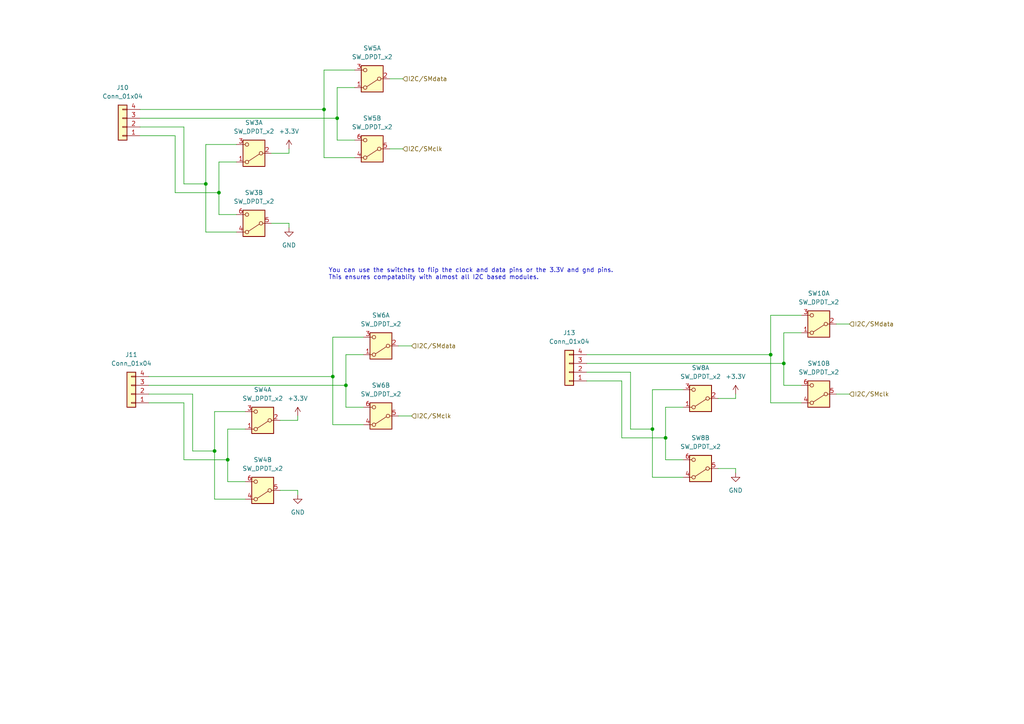
<source format=kicad_sch>
(kicad_sch (version 20230121) (generator eeschema)
  (paper "A4")
  (title_block (title "ESPHome All in One Dev kit"))
  (lib_symbols
    (symbol "Connector_Generic:Conn_01x04" (pin_names (offset 1.016) hide)
      (property "Reference" "J" (at 0 5.08 0))
      (property "Value" "Conn_01x04" (at 0 -7.62 0))
      (symbol "Conn_01x04_1_1"
        (rectangle (start -1.27 -4.953) (end 0 -5.207) (stroke (width 0.1524)))
        (rectangle (start -1.27 -2.413) (end 0 -2.667) (stroke (width 0.1524)))
        (rectangle (start -1.27 0.127) (end 0 -0.127) (stroke (width 0.1524)))
        (rectangle (start -1.27 2.667) (end 0 2.413) (stroke (width 0.1524)))
        (rectangle (start -1.27 3.81) (end 1.27 -6.35) (stroke (width 0.254)) (fill (type background)))
        (pin passive line (at -5.08 2.54 0) (length 3.81) (name "Pin_1") (number "1"))
        (pin passive line (at -5.08 0 0) (length 3.81) (name "Pin_2") (number "2"))
        (pin passive line (at -5.08 -2.54 0) (length 3.81) (name "Pin_3") (number "3"))
        (pin passive line (at -5.08 -5.08 0) (length 3.81) (name "Pin_4") (number "4"))
      )
    )
    (symbol "Switch:SW_DPDT_x2" (pin_names (offset 0) hide)
      (property "Reference" "SW" (at 0 5.08 0))
      (property "Value" "SW_DPDT_x2" (at 0 -5.08 0))
      (symbol "SW_DPDT_x2_0_0"
        (circle (center -2.032 0) (radius 0.508))
        (circle (center 2.032 -2.54) (radius 0.508))
      )
      (symbol "SW_DPDT_x2_0_1"
        (rectangle (start -3.175 3.81) (end 3.175 -3.81) (stroke (width 0.254)) (fill (type background)))
        (polyline (pts (xy -1.524 0.254) (xy 1.5748 2.286)))
        (circle (center 2.032 2.54) (radius 0.508))
      )
      (symbol "SW_DPDT_x2_1_1"
        (pin passive line (at 5.08 2.54 180) (length 2.54) (name "A") (number "1"))
        (pin passive line (at -5.08 0 0) (length 2.54) (name "B") (number "2"))
        (pin passive line (at 5.08 -2.54 180) (length 2.54) (name "C") (number "3"))
      )
      (symbol "SW_DPDT_x2_2_1"
        (pin passive line (at 5.08 2.54 180) (length 2.54) (name "A") (number "4"))
        (pin passive line (at -5.08 0 0) (length 2.54) (name "B") (number "5"))
        (pin passive line (at 5.08 -2.54 180) (length 2.54) (name "C") (number "6"))
      )
    )
    (symbol "power:+3.3V" (power) (pin_names (offset 0))
      (property "Value" "+3.3V" (at 0 3.556 0))
      (symbol "+3.3V_0_1"
        (polyline (pts (xy -0.762 1.27) (xy 0 2.54)))
        (polyline (pts (xy 0 0) (xy 0 2.54)))
        (polyline (pts (xy 0 2.54) (xy 0.762 1.27)))
      )
      (symbol "+3.3V_1_1"
        (pin power_in line (at 0 0 90) (length 0) hide (name "+3.3V") (number "1"))
      )
    )
    (symbol "power:GND" (power) (pin_names (offset 0))
      (property "Value" "GND" (at 0 -3.81 0))
      (symbol "GND_0_1"
        (polyline (pts (xy 0 0) (xy 0 -1.27) (xy 1.27 -1.27) (xy 0 -2.54) (xy -1.27 -1.27) (xy 0 -1.27)))
      )
      (symbol "GND_1_1"
        (pin power_in line (at 0 0 270) (length 0) hide (name "GND") (number "1"))
      )
    )
  )
  (junction (at 96.52 109.22))
  (junction (at 63.5 55.88))
  (junction (at 62.23 130.81))
  (junction (at 59.69 53.34))
  (junction (at 223.52 102.87))
  (junction (at 100.33 111.76))
  (junction (at 93.98 31.75))
  (junction (at 189.23 124.46))
  (junction (at 97.79 34.29))
  (junction (at 227.33 105.41))
  (junction (at 66.04 133.35))
  (junction (at 193.04 127))
  (wire (pts (xy 40.64 39.37) (xy 50.8 39.37)))
  (wire (pts (xy 170.18 105.41) (xy 227.33 105.41)))
  (wire (pts (xy 63.5 55.88) (xy 63.5 62.23)))
  (wire (pts (xy 193.04 118.11) (xy 193.04 127)))
  (wire (pts (xy 97.79 25.4) (xy 102.87 25.4)))
  (wire (pts (xy 105.41 123.19) (xy 96.52 123.19)))
  (wire (pts (xy 63.5 46.99) (xy 68.58 46.99)))
  (wire (pts (xy 242.57 93.98) (xy 246.38 93.98)))
  (wire (pts (xy 115.57 120.65) (xy 119.38 120.65)))
  (wire (pts (xy 193.04 118.11) (xy 198.12 118.11)))
  (wire (pts (xy 68.58 67.31) (xy 59.69 67.31)))
  (wire (pts (xy 115.57 100.33) (xy 119.38 100.33)))
  (wire (pts (xy 50.8 55.88) (xy 63.5 55.88)))
  (wire (pts (xy 189.23 113.03) (xy 198.12 113.03)))
  (wire (pts (xy 55.88 130.81) (xy 62.23 130.81)))
  (wire (pts (xy 96.52 97.79) (xy 96.52 109.22)))
  (wire (pts (xy 53.34 53.34) (xy 59.69 53.34)))
  (wire (pts (xy 102.87 40.64) (xy 97.79 40.64)))
  (wire (pts (xy 55.88 114.3) (xy 55.88 130.81)))
  (wire (pts (xy 71.12 144.78) (xy 62.23 144.78)))
  (wire (pts (xy 223.52 116.84) (xy 223.52 102.87)))
  (wire (pts (xy 71.12 139.7) (xy 66.04 139.7)))
  (wire (pts (xy 40.64 34.29) (xy 97.79 34.29)))
  (wire (pts (xy 81.28 142.24) (xy 86.36 142.24)))
  (wire (pts (xy 227.33 111.76) (xy 227.33 105.41)))
  (wire (pts (xy 208.28 135.89) (xy 213.36 135.89)))
  (wire (pts (xy 227.33 96.52) (xy 232.41 96.52)))
  (wire (pts (xy 43.18 109.22) (xy 96.52 109.22)))
  (wire (pts (xy 232.41 111.76) (xy 227.33 111.76)))
  (wire (pts (xy 242.57 114.3) (xy 246.38 114.3)))
  (wire (pts (xy 96.52 97.79) (xy 105.41 97.79)))
  (wire (pts (xy 170.18 110.49) (xy 180.34 110.49)))
  (wire (pts (xy 43.18 114.3) (xy 55.88 114.3)))
  (wire (pts (xy 62.23 119.38) (xy 62.23 130.81)))
  (wire (pts (xy 66.04 124.46) (xy 71.12 124.46)))
  (wire (pts (xy 198.12 138.43) (xy 189.23 138.43)))
  (wire (pts (xy 189.23 138.43) (xy 189.23 124.46)))
  (wire (pts (xy 86.36 120.65) (xy 86.36 121.92)))
  (wire (pts (xy 97.79 40.64) (xy 97.79 34.29)))
  (wire (pts (xy 62.23 144.78) (xy 62.23 130.81)))
  (wire (pts (xy 93.98 20.32) (xy 93.98 31.75)))
  (wire (pts (xy 43.18 111.76) (xy 100.33 111.76)))
  (wire (pts (xy 193.04 127) (xy 193.04 133.35)))
  (wire (pts (xy 113.03 22.86) (xy 116.84 22.86)))
  (wire (pts (xy 40.64 31.75) (xy 93.98 31.75)))
  (wire (pts (xy 96.52 123.19) (xy 96.52 109.22)))
  (wire (pts (xy 102.87 45.72) (xy 93.98 45.72)))
  (wire (pts (xy 53.34 133.35) (xy 66.04 133.35)))
  (wire (pts (xy 78.74 44.45) (xy 83.82 44.45)))
  (wire (pts (xy 53.34 116.84) (xy 53.34 133.35)))
  (wire (pts (xy 180.34 127) (xy 193.04 127)))
  (wire (pts (xy 189.23 113.03) (xy 189.23 124.46)))
  (wire (pts (xy 213.36 135.89) (xy 213.36 137.16)))
  (wire (pts (xy 63.5 46.99) (xy 63.5 55.88)))
  (wire (pts (xy 100.33 102.87) (xy 105.41 102.87)))
  (wire (pts (xy 227.33 96.52) (xy 227.33 105.41)))
  (wire (pts (xy 180.34 110.49) (xy 180.34 127)))
  (wire (pts (xy 50.8 39.37) (xy 50.8 55.88)))
  (wire (pts (xy 182.88 107.95) (xy 182.88 124.46)))
  (wire (pts (xy 100.33 102.87) (xy 100.33 111.76)))
  (wire (pts (xy 53.34 36.83) (xy 53.34 53.34)))
  (wire (pts (xy 66.04 133.35) (xy 66.04 139.7)))
  (wire (pts (xy 78.74 64.77) (xy 83.82 64.77)))
  (wire (pts (xy 223.52 91.44) (xy 232.41 91.44)))
  (wire (pts (xy 223.52 91.44) (xy 223.52 102.87)))
  (wire (pts (xy 83.82 43.18) (xy 83.82 44.45)))
  (wire (pts (xy 83.82 64.77) (xy 83.82 66.04)))
  (wire (pts (xy 213.36 114.3) (xy 213.36 115.57)))
  (wire (pts (xy 100.33 118.11) (xy 100.33 111.76)))
  (wire (pts (xy 97.79 25.4) (xy 97.79 34.29)))
  (wire (pts (xy 68.58 62.23) (xy 63.5 62.23)))
  (wire (pts (xy 105.41 118.11) (xy 100.33 118.11)))
  (wire (pts (xy 93.98 20.32) (xy 102.87 20.32)))
  (wire (pts (xy 170.18 102.87) (xy 223.52 102.87)))
  (wire (pts (xy 43.18 116.84) (xy 53.34 116.84)))
  (wire (pts (xy 62.23 119.38) (xy 71.12 119.38)))
  (wire (pts (xy 40.64 36.83) (xy 53.34 36.83)))
  (wire (pts (xy 93.98 45.72) (xy 93.98 31.75)))
  (wire (pts (xy 59.69 41.91) (xy 68.58 41.91)))
  (wire (pts (xy 81.28 121.92) (xy 86.36 121.92)))
  (wire (pts (xy 59.69 67.31) (xy 59.69 53.34)))
  (wire (pts (xy 66.04 124.46) (xy 66.04 133.35)))
  (wire (pts (xy 198.12 133.35) (xy 193.04 133.35)))
  (wire (pts (xy 86.36 142.24) (xy 86.36 143.51)))
  (wire (pts (xy 232.41 116.84) (xy 223.52 116.84)))
  (wire (pts (xy 208.28 115.57) (xy 213.36 115.57)))
  (wire (pts (xy 59.69 41.91) (xy 59.69 53.34)))
  (wire (pts (xy 113.03 43.18) (xy 116.84 43.18)))
  (wire (pts (xy 182.88 124.46) (xy 189.23 124.46)))
  (wire (pts (xy 170.18 107.95) (xy 182.88 107.95)))
  (text "You can use the switches to flip the clock and data pins or the 3.3V and gnd pins.\nThis ensures compatablity with almost all I2C based modules." (at 95.25 81.28 0) (effects (font (size 1.27 1.27)) (justify left bottom)))
  (hierarchical_label "I2C{slash}SMclk" (shape input) (at 246.38 114.3 0))
  (hierarchical_label "I2C{slash}SMclk" (shape input) (at 119.38 120.65 0))
  (hierarchical_label "I2C{slash}SMclk" (shape input) (at 116.84 43.18 0))
  (hierarchical_label "I2C{slash}SMdata" (shape input) (at 119.38 100.33 0))
  (hierarchical_label "I2C{slash}SMdata" (shape input) (at 116.84 22.86 0))
  (hierarchical_label "I2C{slash}SMdata" (shape input) (at 246.38 93.98 0))
  (symbol (lib_id "Connector_Generic:Conn_01x04") (at 35.56 36.83 180) (unit 1)
    (property "Reference" "J10" (at 35.56 25.4 0))
    (property "Value" "Conn_01x04" (at 35.56 27.94 0))
    (property "Footprint" "Connector_PinHeader_2.54mm:PinHeader_1x04_P2.54mm_Vertical" (effects hide))
  )
  (symbol (lib_id "Switch:SW_DPDT_x2") (at 237.49 93.98 180) (unit 1)
    (property "Reference" "SW10" (at 237.49 85.09 0))
    (property "Value" "SW_DPDT_x2" (at 237.49 87.63 0))
    (property "Footprint" "Button_Switch_THT:SW_CuK_JS202011CQN_DPDT_Straight" (effects hide))
  )
  (symbol (lib_id "power:GND") (at 213.36 137.16 0) (unit 1)
    (property "Reference" "#PWR088" (effects hide))
    (property "Value" "GND" (at 213.36 142.24 0))
  )
  (symbol (lib_id "Connector_Generic:Conn_01x04") (at 165.1 107.95 180) (unit 1)
    (property "Reference" "J13" (at 165.1 96.52 0))
    (property "Value" "Conn_01x04" (at 165.1 99.06 0))
    (property "Footprint" "Connector_PinHeader_2.54mm:PinHeader_1x04_P2.54mm_Vertical" (effects hide))
  )
  (symbol (lib_id "power:+3.3V") (at 213.36 114.3 0) (unit 1)
    (property "Reference" "#PWR087" (effects hide))
    (property "Value" "+3.3V" (at 213.36 109.22 0))
  )
  (symbol (lib_id "power:+3.3V") (at 83.82 43.18 0) (unit 1)
    (property "Reference" "#PWR081" (effects hide))
    (property "Value" "+3.3V" (at 83.82 38.1 0))
  )
  (symbol (lib_id "Switch:SW_DPDT_x2") (at 73.66 64.77 180) (unit 2)
    (property "Reference" "SW3" (at 73.66 55.88 0))
    (property "Value" "SW_DPDT_x2" (at 73.66 58.42 0))
    (property "Footprint" "Button_Switch_THT:SW_CuK_JS202011CQN_DPDT_Straight" (effects hide))
  )
  (symbol (lib_id "Switch:SW_DPDT_x2") (at 107.95 22.86 180) (unit 1)
    (property "Reference" "SW5" (at 107.95 13.97 0))
    (property "Value" "SW_DPDT_x2" (at 107.95 16.51 0))
    (property "Footprint" "Button_Switch_THT:SW_CuK_JS202011CQN_DPDT_Straight" (effects hide))
  )
  (symbol (lib_id "power:GND") (at 86.36 143.51 0) (unit 1)
    (property "Reference" "#PWR084" (effects hide))
    (property "Value" "GND" (at 86.36 148.59 0))
  )
  (symbol (lib_id "power:+3.3V") (at 86.36 120.65 0) (unit 1)
    (property "Reference" "#PWR083" (effects hide))
    (property "Value" "+3.3V" (at 86.36 115.57 0))
  )
  (symbol (lib_id "Switch:SW_DPDT_x2") (at 73.66 44.45 180) (unit 1)
    (property "Reference" "SW3" (at 73.66 35.56 0))
    (property "Value" "SW_DPDT_x2" (at 73.66 38.1 0))
    (property "Footprint" "Button_Switch_THT:SW_CuK_JS202011CQN_DPDT_Straight" (effects hide))
  )
  (symbol (lib_id "Switch:SW_DPDT_x2") (at 203.2 115.57 180) (unit 1)
    (property "Reference" "SW8" (at 203.2 106.68 0))
    (property "Value" "SW_DPDT_x2" (at 203.2 109.22 0))
    (property "Footprint" "Button_Switch_THT:SW_CuK_JS202011CQN_DPDT_Straight" (effects hide))
  )
  (symbol (lib_id "Switch:SW_DPDT_x2") (at 110.49 120.65 180) (unit 2)
    (property "Reference" "SW6" (at 110.49 111.76 0))
    (property "Value" "SW_DPDT_x2" (at 110.49 114.3 0))
    (property "Footprint" "Button_Switch_THT:SW_CuK_JS202011CQN_DPDT_Straight" (effects hide))
  )
  (symbol (lib_id "Switch:SW_DPDT_x2") (at 76.2 142.24 180) (unit 2)
    (property "Reference" "SW4" (at 76.2 133.35 0))
    (property "Value" "SW_DPDT_x2" (at 76.2 135.89 0))
    (property "Footprint" "Button_Switch_THT:SW_CuK_JS202011CQN_DPDT_Straight" (effects hide))
  )
  (symbol (lib_id "Connector_Generic:Conn_01x04") (at 38.1 114.3 180) (unit 1)
    (property "Reference" "J11" (at 38.1 102.87 0))
    (property "Value" "Conn_01x04" (at 38.1 105.41 0))
    (property "Footprint" "Connector_PinHeader_2.54mm:PinHeader_1x04_P2.54mm_Vertical" (effects hide))
  )
  (symbol (lib_id "Switch:SW_DPDT_x2") (at 76.2 121.92 180) (unit 1)
    (property "Reference" "SW4" (at 76.2 113.03 0))
    (property "Value" "SW_DPDT_x2" (at 76.2 115.57 0))
    (property "Footprint" "Button_Switch_THT:SW_CuK_JS202011CQN_DPDT_Straight" (effects hide))
  )
  (symbol (lib_id "Switch:SW_DPDT_x2") (at 237.49 114.3 180) (unit 2)
    (property "Reference" "SW10" (at 237.49 105.41 0))
    (property "Value" "SW_DPDT_x2" (at 237.49 107.95 0))
    (property "Footprint" "Button_Switch_THT:SW_CuK_JS202011CQN_DPDT_Straight" (effects hide))
  )
  (symbol (lib_id "power:GND") (at 83.82 66.04 0) (unit 1)
    (property "Reference" "#PWR082" (effects hide))
    (property "Value" "GND" (at 83.82 71.12 0))
  )
  (symbol (lib_id "Switch:SW_DPDT_x2") (at 203.2 135.89 180) (unit 2)
    (property "Reference" "SW8" (at 203.2 127 0))
    (property "Value" "SW_DPDT_x2" (at 203.2 129.54 0))
    (property "Footprint" "Button_Switch_THT:SW_CuK_JS202011CQN_DPDT_Straight" (effects hide))
  )
  (symbol (lib_id "Switch:SW_DPDT_x2") (at 107.95 43.18 180) (unit 2)
    (property "Reference" "SW5" (at 107.95 34.29 0))
    (property "Value" "SW_DPDT_x2" (at 107.95 36.83 0))
    (property "Footprint" "Button_Switch_THT:SW_CuK_JS202011CQN_DPDT_Straight" (effects hide))
  )
  (symbol (lib_id "Switch:SW_DPDT_x2") (at 110.49 100.33 180) (unit 1)
    (property "Reference" "SW6" (at 110.49 91.44 0))
    (property "Value" "SW_DPDT_x2" (at 110.49 93.98 0))
    (property "Footprint" "Button_Switch_THT:SW_CuK_JS202011CQN_DPDT_Straight" (effects hide))
  )
)
</source>
